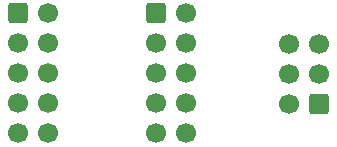
<source format=gbr>
%TF.GenerationSoftware,KiCad,Pcbnew,8.0.0*%
%TF.CreationDate,2024-03-11T16:31:31-06:00*%
%TF.ProjectId,swd_adapter,7377645f-6164-4617-9074-65722e6b6963,rev?*%
%TF.SameCoordinates,Original*%
%TF.FileFunction,Soldermask,Top*%
%TF.FilePolarity,Negative*%
%FSLAX46Y46*%
G04 Gerber Fmt 4.6, Leading zero omitted, Abs format (unit mm)*
G04 Created by KiCad (PCBNEW 8.0.0) date 2024-03-11 16:31:31*
%MOMM*%
%LPD*%
G01*
G04 APERTURE LIST*
G04 Aperture macros list*
%AMRoundRect*
0 Rectangle with rounded corners*
0 $1 Rounding radius*
0 $2 $3 $4 $5 $6 $7 $8 $9 X,Y pos of 4 corners*
0 Add a 4 corners polygon primitive as box body*
4,1,4,$2,$3,$4,$5,$6,$7,$8,$9,$2,$3,0*
0 Add four circle primitives for the rounded corners*
1,1,$1+$1,$2,$3*
1,1,$1+$1,$4,$5*
1,1,$1+$1,$6,$7*
1,1,$1+$1,$8,$9*
0 Add four rect primitives between the rounded corners*
20,1,$1+$1,$2,$3,$4,$5,0*
20,1,$1+$1,$4,$5,$6,$7,0*
20,1,$1+$1,$6,$7,$8,$9,0*
20,1,$1+$1,$8,$9,$2,$3,0*%
G04 Aperture macros list end*
%ADD10RoundRect,0.250000X-0.600000X-0.600000X0.600000X-0.600000X0.600000X0.600000X-0.600000X0.600000X0*%
%ADD11C,1.700000*%
%ADD12RoundRect,0.250000X0.600000X0.600000X-0.600000X0.600000X-0.600000X-0.600000X0.600000X-0.600000X0*%
G04 APERTURE END LIST*
D10*
%TO.C,J1*%
X115650000Y-58520000D03*
D11*
X118190000Y-58520000D03*
X115650000Y-61060000D03*
X118190000Y-61060000D03*
X115650000Y-63600000D03*
X118190000Y-63600000D03*
X115650000Y-66140000D03*
X118190000Y-66140000D03*
X115650000Y-68680000D03*
X118190000Y-68680000D03*
%TD*%
D10*
%TO.C,J3*%
X104000000Y-58520000D03*
D11*
X106540000Y-58520000D03*
X104000000Y-61060000D03*
X106540000Y-61060000D03*
X104000000Y-63600000D03*
X106540000Y-63600000D03*
X104000000Y-66140000D03*
X106540000Y-66140000D03*
X104000000Y-68680000D03*
X106540000Y-68680000D03*
%TD*%
D12*
%TO.C,J2*%
X129467500Y-66145000D03*
D11*
X126927500Y-66145000D03*
X129467500Y-63605000D03*
X126927500Y-63605000D03*
X129467500Y-61065000D03*
X126927500Y-61065000D03*
%TD*%
M02*

</source>
